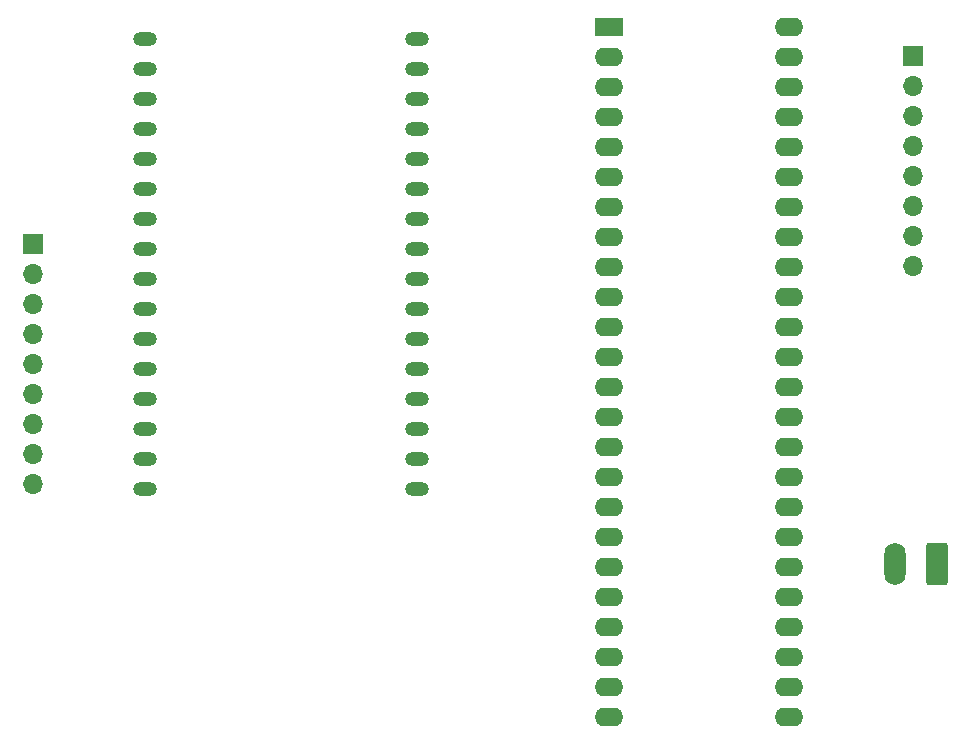
<source format=gbr>
%TF.GenerationSoftware,KiCad,Pcbnew,8.0.3*%
%TF.CreationDate,2024-07-16T20:51:18-07:00*%
%TF.ProjectId,pcb_test,7063625f-7465-4737-942e-6b696361645f,rev?*%
%TF.SameCoordinates,Original*%
%TF.FileFunction,Soldermask,Bot*%
%TF.FilePolarity,Negative*%
%FSLAX46Y46*%
G04 Gerber Fmt 4.6, Leading zero omitted, Abs format (unit mm)*
G04 Created by KiCad (PCBNEW 8.0.3) date 2024-07-16 20:51:18*
%MOMM*%
%LPD*%
G01*
G04 APERTURE LIST*
G04 Aperture macros list*
%AMRoundRect*
0 Rectangle with rounded corners*
0 $1 Rounding radius*
0 $2 $3 $4 $5 $6 $7 $8 $9 X,Y pos of 4 corners*
0 Add a 4 corners polygon primitive as box body*
4,1,4,$2,$3,$4,$5,$6,$7,$8,$9,$2,$3,0*
0 Add four circle primitives for the rounded corners*
1,1,$1+$1,$2,$3*
1,1,$1+$1,$4,$5*
1,1,$1+$1,$6,$7*
1,1,$1+$1,$8,$9*
0 Add four rect primitives between the rounded corners*
20,1,$1+$1,$2,$3,$4,$5,0*
20,1,$1+$1,$4,$5,$6,$7,0*
20,1,$1+$1,$6,$7,$8,$9,0*
20,1,$1+$1,$8,$9,$2,$3,0*%
G04 Aperture macros list end*
%ADD10R,1.700000X1.700000*%
%ADD11O,1.700000X1.700000*%
%ADD12O,2.000000X1.200000*%
%ADD13RoundRect,0.250000X0.650000X1.550000X-0.650000X1.550000X-0.650000X-1.550000X0.650000X-1.550000X0*%
%ADD14O,1.800000X3.600000*%
%ADD15O,2.400000X1.600000*%
%ADD16R,2.400000X1.600000*%
G04 APERTURE END LIST*
D10*
%TO.C,J5*%
X113740000Y-32180000D03*
D11*
X113740000Y-34720000D03*
X113740000Y-37260000D03*
X113740000Y-39800000D03*
X113740000Y-42340000D03*
X113740000Y-44880000D03*
X113740000Y-47420000D03*
X113740000Y-49960000D03*
%TD*%
D12*
%TO.C,J4*%
X71740000Y-68780000D03*
X71740000Y-66240000D03*
X71740000Y-63700000D03*
X71740000Y-61160000D03*
X71740000Y-58620000D03*
X71740000Y-56080000D03*
X71740000Y-53540000D03*
X71740000Y-51000000D03*
X71740000Y-48460000D03*
X71740000Y-45920000D03*
X71740000Y-43380000D03*
X71740000Y-40840000D03*
X71740000Y-38300000D03*
X71740000Y-35760000D03*
X71740000Y-33220000D03*
X71740000Y-30680000D03*
X48740000Y-68780000D03*
X48740000Y-66240000D03*
X48740000Y-63700000D03*
X48740000Y-61160000D03*
X48740000Y-58620000D03*
X48740000Y-56080000D03*
X48740000Y-53540000D03*
X48740000Y-51000000D03*
X48740000Y-48460000D03*
X48740000Y-45920000D03*
X48740000Y-43380000D03*
X48740000Y-40840000D03*
X48740000Y-38300000D03*
X48740000Y-35760000D03*
X48740000Y-33220000D03*
X48740000Y-30680000D03*
%TD*%
D10*
%TO.C,J3*%
X39240000Y-48100000D03*
D11*
X39240000Y-50640000D03*
X39240000Y-53180000D03*
X39240000Y-55720000D03*
X39240000Y-58260000D03*
X39240000Y-60800000D03*
X39240000Y-63340000D03*
X39240000Y-65880000D03*
X39240000Y-68420000D03*
%TD*%
D13*
%TO.C,J1*%
X115740000Y-75180000D03*
D14*
X112240000Y-75180000D03*
%TD*%
D15*
%TO.C,J2*%
X103240000Y-29680000D03*
X103240000Y-32220000D03*
X103240000Y-34760000D03*
X103240000Y-37300000D03*
X103240000Y-39840000D03*
X103240000Y-42380000D03*
X103240000Y-44920000D03*
X103240000Y-47460000D03*
X103240000Y-50000000D03*
X103240000Y-52540000D03*
X103240000Y-55080000D03*
X103240000Y-57620000D03*
X103240000Y-60160000D03*
X103240000Y-62700000D03*
X103240000Y-65240000D03*
X103240000Y-67780000D03*
X103240000Y-70320000D03*
X103240000Y-72860000D03*
X103240000Y-75400000D03*
X103240000Y-77940000D03*
X103240000Y-80480000D03*
X103240000Y-83020000D03*
X103240000Y-85560000D03*
X103240000Y-88100000D03*
X88000000Y-88100000D03*
X88000000Y-85560000D03*
X88000000Y-83020000D03*
X88000000Y-80480000D03*
X88000000Y-77940000D03*
X88000000Y-75400000D03*
X88000000Y-72860000D03*
X88000000Y-70320000D03*
X88000000Y-67780000D03*
X88000000Y-65240000D03*
X88000000Y-62700000D03*
X88000000Y-60160000D03*
X88000000Y-57620000D03*
X88000000Y-55080000D03*
X88000000Y-52540000D03*
X88000000Y-50000000D03*
X88000000Y-47460000D03*
X88000000Y-44920000D03*
X88000000Y-42380000D03*
X88000000Y-39840000D03*
X88000000Y-37300000D03*
X88000000Y-34760000D03*
X88000000Y-32220000D03*
D16*
X88000000Y-29680000D03*
%TD*%
M02*

</source>
